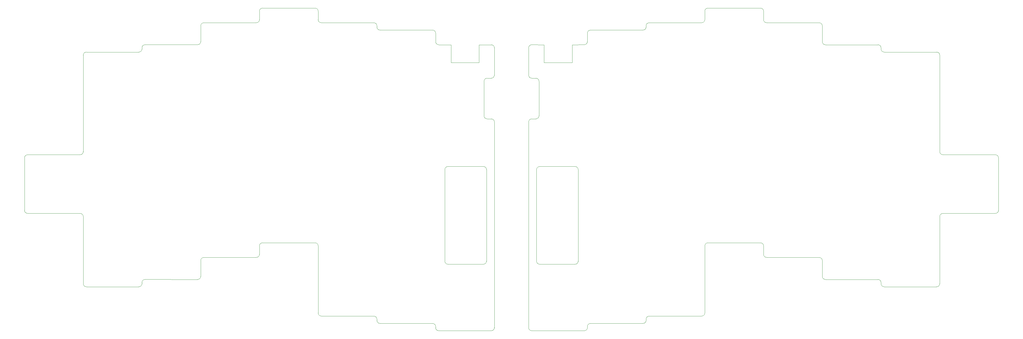
<source format=gm1>
%TF.GenerationSoftware,KiCad,Pcbnew,(5.1.7)-1*%
%TF.CreationDate,2021-02-08T18:02:38+08:00*%
%TF.ProjectId,jiran-ble,6a697261-6e2d-4626-9c65-2e6b69636164,rev?*%
%TF.SameCoordinates,Original*%
%TF.FileFunction,Profile,NP*%
%FSLAX46Y46*%
G04 Gerber Fmt 4.6, Leading zero omitted, Abs format (unit mm)*
G04 Created by KiCad (PCBNEW (5.1.7)-1) date 2021-02-08 18:02:38*
%MOMM*%
%LPD*%
G01*
G04 APERTURE LIST*
%TA.AperFunction,Profile*%
%ADD10C,0.100000*%
%TD*%
G04 APERTURE END LIST*
D10*
X194065400Y-114931700D02*
G75*
G02*
X193065400Y-113931700I0J1000000D01*
G01*
X206562200Y-113935000D02*
G75*
G02*
X205562200Y-114935000I-1000000J0D01*
G01*
X205565500Y-83188300D02*
G75*
G02*
X206565500Y-84188300I0J-1000000D01*
G01*
X193068700Y-84185000D02*
G75*
G02*
X194068700Y-83185000I1000000J0D01*
G01*
X193862200Y-66716400D02*
G75*
G02*
X192862200Y-67716400I-1000000J0D01*
G01*
X190503300Y-68716400D02*
G75*
G02*
X191503300Y-67716400I1000000J0D01*
G01*
X191500000Y-136521700D02*
G75*
G02*
X190500000Y-135521700I0J1000000D01*
G01*
X209559400Y-135525000D02*
G75*
G02*
X208559400Y-136525000I-1000000J0D01*
G01*
X209553300Y-135137400D02*
G75*
G02*
X210553300Y-134137400I1000000J0D01*
G01*
X228609400Y-133137400D02*
G75*
G02*
X227609400Y-134137400I-1000000J0D01*
G01*
X228603300Y-132762500D02*
G75*
G02*
X229603300Y-131762500I1000000J0D01*
G01*
X247646700Y-130762500D02*
G75*
G02*
X246646700Y-131762500I-1000000J0D01*
G01*
X247653300Y-108950000D02*
G75*
G02*
X248653300Y-107950000I1000000J0D01*
G01*
X265700000Y-107953300D02*
G75*
G02*
X266700000Y-108953300I0J-1000000D01*
G01*
X267700000Y-112709200D02*
G75*
G02*
X266700000Y-111709200I0J1000000D01*
G01*
X284750000Y-112715800D02*
G75*
G02*
X285750000Y-113715800I0J-1000000D01*
G01*
X286750000Y-119859300D02*
G75*
G02*
X285750000Y-118859300I0J1000000D01*
G01*
X303800000Y-119853200D02*
G75*
G02*
X304800000Y-120853200I0J-1000000D01*
G01*
X305800000Y-122234200D02*
G75*
G02*
X304800000Y-121234200I0J1000000D01*
G01*
X323846700Y-121237500D02*
G75*
G02*
X322846700Y-122237500I-1000000J0D01*
G01*
X323853300Y-99425000D02*
G75*
G02*
X324853300Y-98425000I1000000J0D01*
G01*
X342896700Y-97425000D02*
G75*
G02*
X341896700Y-98425000I-1000000J0D01*
G01*
X341900000Y-79378300D02*
G75*
G02*
X342900000Y-80378300I0J-1000000D01*
G01*
X324850000Y-79371700D02*
G75*
G02*
X323850000Y-78371700I0J1000000D01*
G01*
X322850000Y-46040800D02*
G75*
G02*
X323850000Y-47040800I0J-1000000D01*
G01*
X305800000Y-46034200D02*
G75*
G02*
X304800000Y-45034200I0J1000000D01*
G01*
X303800000Y-43653200D02*
G75*
G02*
X304800000Y-44653200I0J-1000000D01*
G01*
X286750000Y-43659300D02*
G75*
G02*
X285750000Y-42659300I0J1000000D01*
G01*
X284750000Y-36515800D02*
G75*
G02*
X285750000Y-37515800I0J-1000000D01*
G01*
X267700000Y-36509200D02*
G75*
G02*
X266700000Y-35509200I0J1000000D01*
G01*
X265700000Y-31753300D02*
G75*
G02*
X266700000Y-32753300I0J-1000000D01*
G01*
X247640600Y-32750000D02*
G75*
G02*
X248640600Y-31750000I1000000J0D01*
G01*
X247646700Y-35512500D02*
G75*
G02*
X246646700Y-36512500I-1000000J0D01*
G01*
X228590600Y-37512500D02*
G75*
G02*
X229590600Y-36512500I1000000J0D01*
G01*
X228596700Y-37900100D02*
G75*
G02*
X227596700Y-38900100I-1000000J0D01*
G01*
X209553300Y-39900100D02*
G75*
G02*
X210553300Y-38900100I1000000J0D01*
G01*
X209546700Y-42649900D02*
G75*
G02*
X208546700Y-43649900I-1000000J0D01*
G01*
X190503300Y-44649900D02*
G75*
G02*
X191503300Y-43649900I1000000J0D01*
G01*
X191500000Y-54517800D02*
G75*
G02*
X190500000Y-53517800I0J1000000D01*
G01*
X192865500Y-54511700D02*
G75*
G02*
X193865500Y-55511700I0J-1000000D01*
G01*
X175822100Y-83175600D02*
G75*
G02*
X176822100Y-84175600I0J-1000000D01*
G01*
X176818800Y-113935000D02*
G75*
G02*
X175818800Y-114935000I-1000000J0D01*
G01*
X164322000Y-114931700D02*
G75*
G02*
X163322000Y-113931700I0J1000000D01*
G01*
X163325300Y-84185000D02*
G75*
G02*
X164325300Y-83185000I1000000J0D01*
G01*
X179384200Y-135525000D02*
G75*
G02*
X178384200Y-136525000I-1000000J0D01*
G01*
X161337500Y-136521700D02*
G75*
G02*
X160337500Y-135521700I0J1000000D01*
G01*
X159337500Y-134140700D02*
G75*
G02*
X160337500Y-135140700I0J-1000000D01*
G01*
X142287500Y-134146800D02*
G75*
G02*
X141287500Y-133146800I0J1000000D01*
G01*
X140287500Y-131765800D02*
G75*
G02*
X141287500Y-132765800I0J-1000000D01*
G01*
X123237500Y-131759200D02*
G75*
G02*
X122237500Y-130759200I0J1000000D01*
G01*
X121237500Y-107953300D02*
G75*
G02*
X122237500Y-108953300I0J-1000000D01*
G01*
X103190800Y-108950000D02*
G75*
G02*
X104190800Y-107950000I1000000J0D01*
G01*
X103184200Y-111712500D02*
G75*
G02*
X102184200Y-112712500I-1000000J0D01*
G01*
X84140800Y-113712500D02*
G75*
G02*
X85140800Y-112712500I1000000J0D01*
G01*
X84134200Y-118862600D02*
G75*
G02*
X83134200Y-119862600I-1000000J0D01*
G01*
X65078100Y-120849900D02*
G75*
G02*
X66078100Y-119849900I1000000J0D01*
G01*
X65084200Y-121237500D02*
G75*
G02*
X64084200Y-122237500I-1000000J0D01*
G01*
X47037500Y-122234200D02*
G75*
G02*
X46037500Y-121234200I0J1000000D01*
G01*
X45037500Y-98428300D02*
G75*
G02*
X46037500Y-99428300I0J-1000000D01*
G01*
X27987500Y-98421700D02*
G75*
G02*
X26987500Y-97421700I0J1000000D01*
G01*
X26990800Y-80375000D02*
G75*
G02*
X27990800Y-79375000I1000000J0D01*
G01*
X46034200Y-78375000D02*
G75*
G02*
X45034200Y-79375000I-1000000J0D01*
G01*
X46040800Y-47037500D02*
G75*
G02*
X47040800Y-46037500I1000000J0D01*
G01*
X176025300Y-55508400D02*
G75*
G02*
X177025300Y-54508400I1000000J0D01*
G01*
X177022000Y-67725800D02*
G75*
G02*
X176022000Y-66725800I0J1000000D01*
G01*
X178387500Y-67719700D02*
G75*
G02*
X179387500Y-68719700I0J-1000000D01*
G01*
X179384200Y-53508400D02*
G75*
G02*
X178384200Y-54508400I-1000000J0D01*
G01*
X65084200Y-45037500D02*
G75*
G02*
X64084200Y-46037500I-1000000J0D01*
G01*
X65090800Y-44649900D02*
G75*
G02*
X66090800Y-43649900I1000000J0D01*
G01*
X84134200Y-42649900D02*
G75*
G02*
X83134200Y-43649900I-1000000J0D01*
G01*
X84140800Y-37512500D02*
G75*
G02*
X85140800Y-36512500I1000000J0D01*
G01*
X103196900Y-35512500D02*
G75*
G02*
X102196900Y-36512500I-1000000J0D01*
G01*
X103190800Y-32750000D02*
G75*
G02*
X104190800Y-31750000I1000000J0D01*
G01*
X121237500Y-31753300D02*
G75*
G02*
X122237500Y-32753300I0J-1000000D01*
G01*
X123224800Y-36509200D02*
G75*
G02*
X122224800Y-35509200I0J1000000D01*
G01*
X178384960Y-43653200D02*
G75*
G02*
X179384960Y-44653200I0J-1000000D01*
G01*
X161340040Y-43656760D02*
G75*
G02*
X160340040Y-42656760I0J1000000D01*
G01*
X140284200Y-36509960D02*
G75*
G02*
X141284200Y-37509960I0J-1000000D01*
G01*
X159337500Y-38892480D02*
G75*
G02*
X160337500Y-39892480I0J-1000000D01*
G01*
X142284960Y-38891720D02*
G75*
G02*
X141284960Y-37891720I0J1000000D01*
G01*
X206562200Y-113935000D02*
X206565500Y-84188300D01*
X193068700Y-84185000D02*
X193065400Y-113931700D01*
X194068700Y-83185000D02*
X205565500Y-83188300D01*
X194065400Y-114931700D02*
X205562200Y-114935000D01*
X204584300Y-43656250D02*
X208546700Y-43649900D01*
X195491100Y-43656250D02*
X191503300Y-43649900D01*
X190500000Y-53517800D02*
X190503300Y-44649900D01*
X204584300Y-49479200D02*
X204584300Y-43656250D01*
X195491100Y-49479200D02*
X204584300Y-49479200D01*
X195491100Y-43656250D02*
X195491100Y-49479200D01*
X192865500Y-54511700D02*
X191500000Y-54517800D01*
X191503300Y-67716400D02*
X192862200Y-67716400D01*
X193862200Y-66716400D02*
X193865500Y-55511700D01*
X190500000Y-135521700D02*
X190503300Y-68716400D01*
X209553300Y-39900100D02*
X209546700Y-42649900D01*
X227596700Y-38900100D02*
X210553300Y-38900100D01*
X228590600Y-37512500D02*
X228596700Y-37900100D01*
X246646700Y-36512500D02*
X229590600Y-36512500D01*
X247640600Y-32750000D02*
X247646700Y-35512500D01*
X265700000Y-31753300D02*
X248640600Y-31750000D01*
X266700000Y-35509200D02*
X266700000Y-32753300D01*
X284750000Y-36515800D02*
X267700000Y-36509200D01*
X285750000Y-42659300D02*
X285750000Y-37515800D01*
X303800000Y-43653200D02*
X286750000Y-43659300D01*
X304800000Y-45034200D02*
X304800000Y-44653200D01*
X322850000Y-46040800D02*
X305800000Y-46034200D01*
X323850000Y-78371700D02*
X323850000Y-47040800D01*
X341900000Y-79378300D02*
X324850000Y-79371700D01*
X342896700Y-97425000D02*
X342900000Y-80378300D01*
X324853300Y-98425000D02*
X341896700Y-98425000D01*
X323846700Y-121237500D02*
X323853300Y-99425000D01*
X305800000Y-122234200D02*
X322846700Y-122237500D01*
X304800000Y-120853200D02*
X304800000Y-121234200D01*
X286750000Y-119859300D02*
X303800000Y-119853200D01*
X285750000Y-113715800D02*
X285750000Y-118859300D01*
X267700000Y-112709200D02*
X284750000Y-112715800D01*
X266700000Y-108953300D02*
X266700000Y-111709200D01*
X248653300Y-107950000D02*
X265700000Y-107953300D01*
X247646700Y-130762500D02*
X247653300Y-108950000D01*
X229603300Y-131762500D02*
X246646700Y-131762500D01*
X228609400Y-133137400D02*
X228603300Y-132762500D01*
X210553300Y-134137400D02*
X227609400Y-134137400D01*
X209559400Y-135525000D02*
X209553300Y-135137400D01*
X191500000Y-136521700D02*
X208559400Y-136525000D01*
X163322000Y-113931700D02*
X163325300Y-84185000D01*
X175818800Y-114935000D02*
X164322000Y-114931700D01*
X176822100Y-84175600D02*
X176818800Y-113935000D01*
X164325300Y-83185000D02*
X175822100Y-83175600D01*
X179384200Y-53508400D02*
X179384960Y-44653200D01*
X177025300Y-54508400D02*
X178384200Y-54508400D01*
X176022000Y-66725800D02*
X176025300Y-55508400D01*
X178387500Y-67719700D02*
X177022000Y-67725800D01*
X165303200Y-43656250D02*
X161340040Y-43656760D01*
X165303200Y-49479200D02*
X165303200Y-43656250D01*
X174396400Y-49479200D02*
X165303200Y-49479200D01*
X174396400Y-43656250D02*
X174396400Y-49479200D01*
X161337500Y-136521700D02*
X178384200Y-136525000D01*
X160337500Y-135140700D02*
X160337500Y-135521700D01*
X142287500Y-134146800D02*
X159337500Y-134140700D01*
X141287500Y-132765800D02*
X141287500Y-133146800D01*
X123237500Y-131759200D02*
X140287500Y-131765800D01*
X122237500Y-108953300D02*
X122237500Y-130759200D01*
X104190800Y-107950000D02*
X121237500Y-107953300D01*
X103184200Y-111712500D02*
X103190800Y-108950000D01*
X85140800Y-112712500D02*
X102184200Y-112712500D01*
X84134200Y-118862600D02*
X84140800Y-113712500D01*
X66078100Y-119849900D02*
X83134200Y-119862600D01*
X65084200Y-121237500D02*
X65078100Y-120849900D01*
X47037500Y-122234200D02*
X64084200Y-122237500D01*
X46037500Y-99428300D02*
X46037500Y-121234200D01*
X27987500Y-98421700D02*
X45037500Y-98428300D01*
X26990800Y-80375000D02*
X26987500Y-97421700D01*
X45034200Y-79375000D02*
X27990800Y-79375000D01*
X46040800Y-47037500D02*
X46034200Y-78375000D01*
X64084200Y-46037500D02*
X47040800Y-46037500D01*
X65090800Y-44649900D02*
X65084200Y-45037500D01*
X83134200Y-43649900D02*
X66090800Y-43649900D01*
X84140800Y-37512500D02*
X84134200Y-42649900D01*
X102196900Y-36512500D02*
X85140800Y-36512500D01*
X103190800Y-32750000D02*
X103196900Y-35512500D01*
X121237500Y-31753300D02*
X104190800Y-31750000D01*
X122224800Y-35509200D02*
X122237500Y-32753300D01*
X140284200Y-36509960D02*
X123224800Y-36509200D01*
X141284960Y-37891720D02*
X141284200Y-37509960D01*
X159337500Y-38892480D02*
X142284960Y-38891720D01*
X160340040Y-42656760D02*
X160337500Y-39892480D01*
X174396400Y-43656250D02*
X178384960Y-43653200D01*
X179384200Y-135525000D02*
X179387500Y-68719700D01*
M02*

</source>
